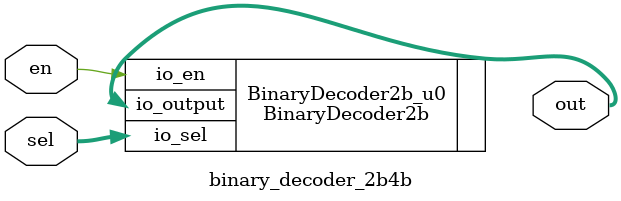
<source format=sv>
module binary_decoder_2b4b
    (
    input logic     [1:0]   sel,
    input logic             en,
    output logic    [3:0]   out
    );

    BinaryDecoder2b BinaryDecoder2b_u0 (
        .io_output  ( out   ),
        .io_en      ( en    ),
        .io_sel     ( sel   )
    );
endmodule
</source>
